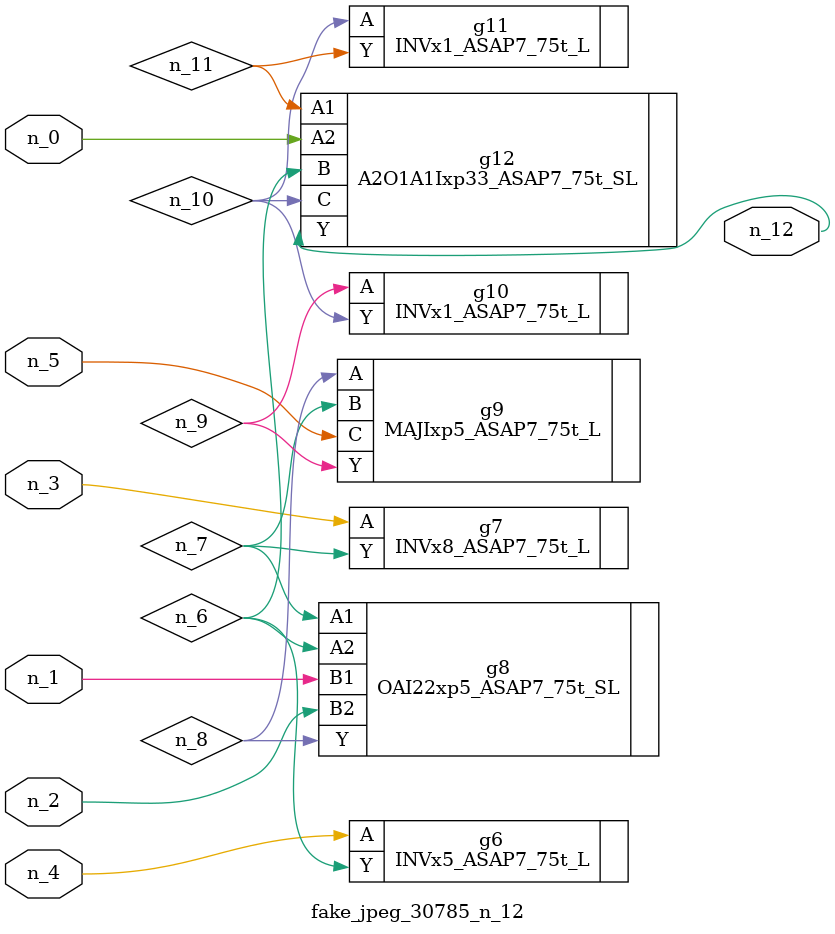
<source format=v>
module fake_jpeg_30785_n_12 (n_3, n_2, n_1, n_0, n_4, n_5, n_12);

input n_3;
input n_2;
input n_1;
input n_0;
input n_4;
input n_5;

output n_12;

wire n_11;
wire n_10;
wire n_8;
wire n_9;
wire n_6;
wire n_7;

INVx5_ASAP7_75t_L g6 ( 
.A(n_4),
.Y(n_6)
);

INVx8_ASAP7_75t_L g7 ( 
.A(n_3),
.Y(n_7)
);

OAI22xp5_ASAP7_75t_SL g8 ( 
.A1(n_7),
.A2(n_6),
.B1(n_1),
.B2(n_2),
.Y(n_8)
);

MAJIxp5_ASAP7_75t_L g9 ( 
.A(n_8),
.B(n_7),
.C(n_5),
.Y(n_9)
);

INVx1_ASAP7_75t_L g10 ( 
.A(n_9),
.Y(n_10)
);

INVx1_ASAP7_75t_L g11 ( 
.A(n_10),
.Y(n_11)
);

A2O1A1Ixp33_ASAP7_75t_SL g12 ( 
.A1(n_11),
.A2(n_0),
.B(n_6),
.C(n_10),
.Y(n_12)
);


endmodule
</source>
